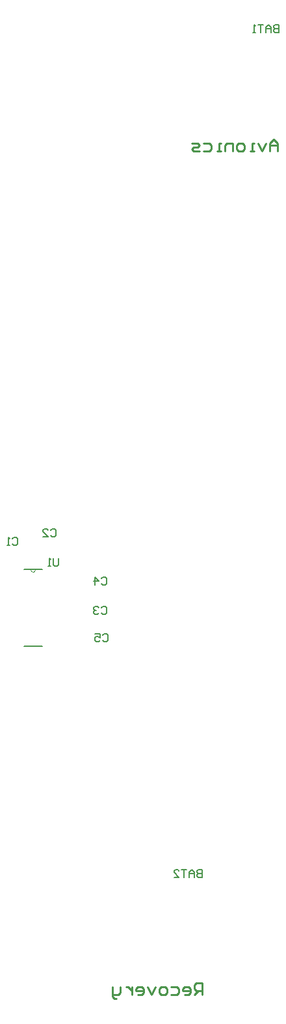
<source format=gbo>
G04*
G04 #@! TF.GenerationSoftware,Altium Limited,Altium Designer,18.0.12 (696)*
G04*
G04 Layer_Color=32896*
%FSLAX25Y25*%
%MOIN*%
G70*
G01*
G75*
%ADD11C,0.00000*%
%ADD14C,0.00600*%
%ADD15C,0.01000*%
%ADD18C,0.00591*%
D11*
X75200Y223682D02*
X75551Y222833D01*
X76400Y222482D01*
X77249Y222833D01*
X77600Y223682D01*
D14*
X71900Y184282D02*
X81000D01*
X71900Y223682D02*
X75200D01*
X77600D01*
X81000D01*
D15*
X163000Y6000D02*
Y11998D01*
X160001D01*
X159001Y10998D01*
Y8999D01*
X160001Y7999D01*
X163000D01*
X161001D02*
X159001Y6000D01*
X154003D02*
X156002D01*
X157002Y7000D01*
Y8999D01*
X156002Y9999D01*
X154003D01*
X153003Y8999D01*
Y7999D01*
X157002D01*
X147005Y9999D02*
X150004D01*
X151004Y8999D01*
Y7000D01*
X150004Y6000D01*
X147005D01*
X144006D02*
X142007D01*
X141007Y7000D01*
Y8999D01*
X142007Y9999D01*
X144006D01*
X145006Y8999D01*
Y7000D01*
X144006Y6000D01*
X139008Y9999D02*
X137008Y6000D01*
X135009Y9999D01*
X130011Y6000D02*
X132010D01*
X133010Y7000D01*
Y8999D01*
X132010Y9999D01*
X130011D01*
X129011Y8999D01*
Y7999D01*
X133010D01*
X127012Y9999D02*
Y6000D01*
Y7999D01*
X126012Y8999D01*
X125012Y9999D01*
X124013D01*
X121014D02*
Y7000D01*
X120014Y6000D01*
X117015D01*
Y5000D01*
X118015Y4001D01*
X119014D01*
X117015Y6000D02*
Y9999D01*
X201900Y437600D02*
Y441599D01*
X199901Y443598D01*
X197901Y441599D01*
Y437600D01*
Y440599D01*
X201900D01*
X195902Y441599D02*
X193903Y437600D01*
X191903Y441599D01*
X189904Y437600D02*
X187905D01*
X188904D01*
Y441599D01*
X189904D01*
X183906Y437600D02*
X181906D01*
X180907Y438600D01*
Y440599D01*
X181906Y441599D01*
X183906D01*
X184906Y440599D01*
Y438600D01*
X183906Y437600D01*
X178907D02*
Y441599D01*
X175908D01*
X174909Y440599D01*
Y437600D01*
X172909D02*
X170910D01*
X171910D01*
Y441599D01*
X172909D01*
X163912D02*
X166911D01*
X167911Y440599D01*
Y438600D01*
X166911Y437600D01*
X163912D01*
X161913D02*
X158914D01*
X157914Y438600D01*
X158914Y439599D01*
X160913D01*
X161913Y440599D01*
X160913Y441599D01*
X157914D01*
D18*
X89500Y229417D02*
Y226138D01*
X88844Y225482D01*
X87532D01*
X86876Y226138D01*
Y229417D01*
X85564Y225482D02*
X84252D01*
X84908D01*
Y229417D01*
X85564Y228761D01*
X112104Y189943D02*
X112760Y190598D01*
X114072D01*
X114728Y189943D01*
Y187319D01*
X114072Y186663D01*
X112760D01*
X112104Y187319D01*
X108169Y190598D02*
X110793D01*
Y188631D01*
X109481Y189287D01*
X108825D01*
X108169Y188631D01*
Y187319D01*
X108825Y186663D01*
X110137D01*
X110793Y187319D01*
X111526Y218917D02*
X112182Y219573D01*
X113494D01*
X114149Y218917D01*
Y216293D01*
X113494Y215637D01*
X112182D01*
X111526Y216293D01*
X108246Y215637D02*
Y219573D01*
X110214Y217605D01*
X107590D01*
X111526Y203961D02*
X112182Y204617D01*
X113494D01*
X114149Y203961D01*
Y201338D01*
X113494Y200682D01*
X112182D01*
X111526Y201338D01*
X110214Y203961D02*
X109558Y204617D01*
X108246D01*
X107590Y203961D01*
Y203305D01*
X108246Y202649D01*
X108902D01*
X108246D01*
X107590Y201993D01*
Y201338D01*
X108246Y200682D01*
X109558D01*
X110214Y201338D01*
X85376Y243761D02*
X86032Y244417D01*
X87344D01*
X88000Y243761D01*
Y241138D01*
X87344Y240482D01*
X86032D01*
X85376Y241138D01*
X81440Y240482D02*
X84064D01*
X81440Y243106D01*
Y243761D01*
X82096Y244417D01*
X83408D01*
X84064Y243761D01*
X65876Y239261D02*
X66532Y239917D01*
X67844D01*
X68500Y239261D01*
Y236638D01*
X67844Y235982D01*
X66532D01*
X65876Y236638D01*
X64564Y235982D02*
X63252D01*
X63908D01*
Y239917D01*
X64564Y239261D01*
X163100Y69936D02*
Y66000D01*
X161132D01*
X160476Y66656D01*
Y67312D01*
X161132Y67968D01*
X163100D01*
X161132D01*
X160476Y68624D01*
Y69280D01*
X161132Y69936D01*
X163100D01*
X159164Y66000D02*
Y68624D01*
X157852Y69936D01*
X156540Y68624D01*
Y66000D01*
Y67968D01*
X159164D01*
X155228Y69936D02*
X152605D01*
X153917D01*
Y66000D01*
X148669D02*
X151293D01*
X148669Y68624D01*
Y69280D01*
X149325Y69936D01*
X150637D01*
X151293Y69280D01*
X202300Y502336D02*
Y498400D01*
X200332D01*
X199676Y499056D01*
Y499712D01*
X200332Y500368D01*
X202300D01*
X200332D01*
X199676Y501024D01*
Y501680D01*
X200332Y502336D01*
X202300D01*
X198364Y498400D02*
Y501024D01*
X197052Y502336D01*
X195740Y501024D01*
Y498400D01*
Y500368D01*
X198364D01*
X194429Y502336D02*
X191805D01*
X193117D01*
Y498400D01*
X190493D02*
X189181D01*
X189837D01*
Y502336D01*
X190493Y501680D01*
M02*

</source>
